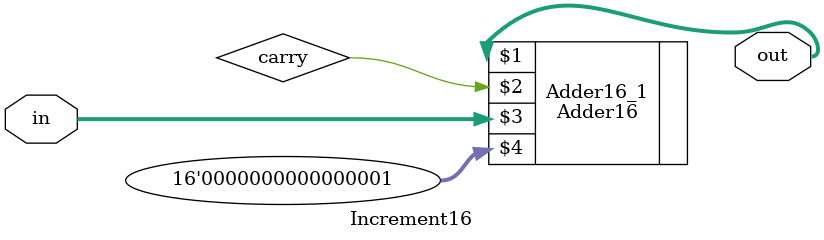
<source format=v>
/* módulo Increment16 */

`ifndef _Increment16_
`define _Increment16_
`include "Adder16.v"

module Increment16(out, in);
    input [15:0] in ;
    output [15:0] out ;
    wire carry;

    // Descrição de conexões internas do módulo

    Adder16 Adder16_1(out, carry, in, 16'b0000000000000001);

endmodule

`endif
</source>
